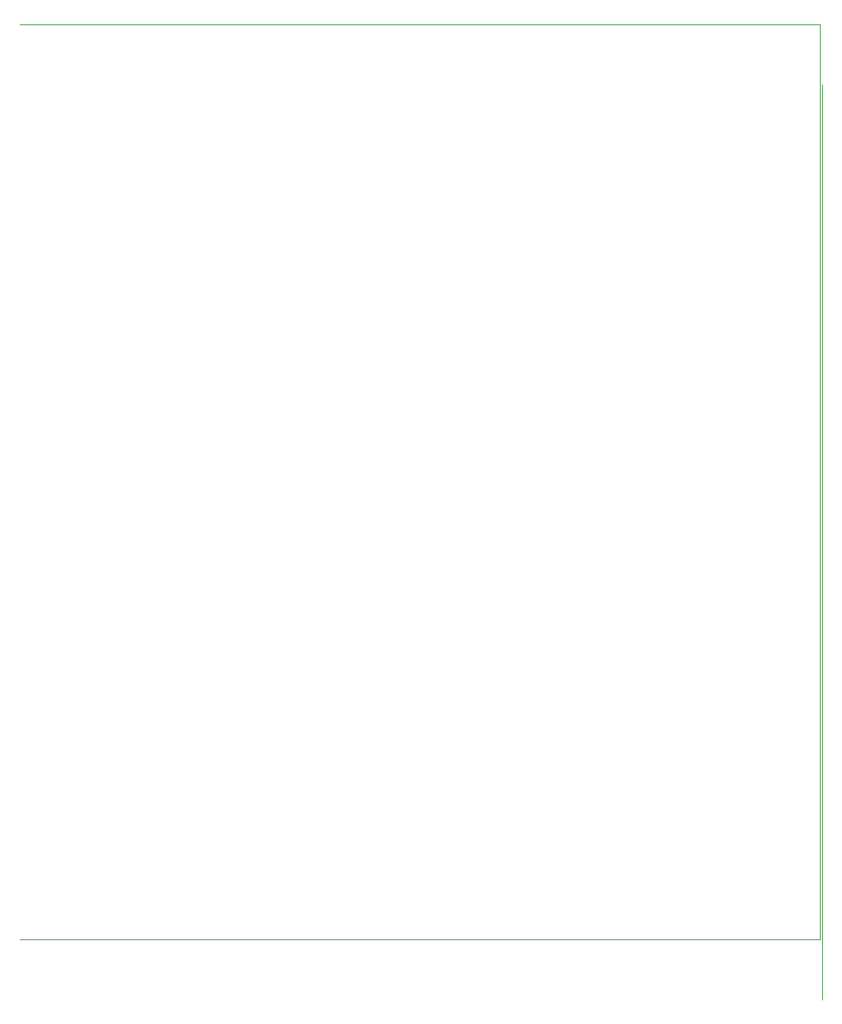
<source format=gbr>
%TF.GenerationSoftware,Altium Limited,Altium Designer,19.0.10 (269)*%
G04 Layer_Color=8388736*
%FSLAX26Y26*%
%MOIN*%
%TF.FileFunction,Other,Board_Outline*%
%TF.Part,Single*%
G01*
G75*
%TA.AperFunction,NonConductor*%
%ADD100C,0.000000*%
D100*
X1750000Y-2000000D02*
Y2000000D01*
X-1750000Y-2000000D02*
X1750000D01*
X1760000Y-2265000D02*
Y1735000D01*
X-1750000Y2000000D02*
X1750000D01*
%TF.MD5,88e7ad02f58297d8e5e4f7a0ed2e738e*%
M02*

</source>
